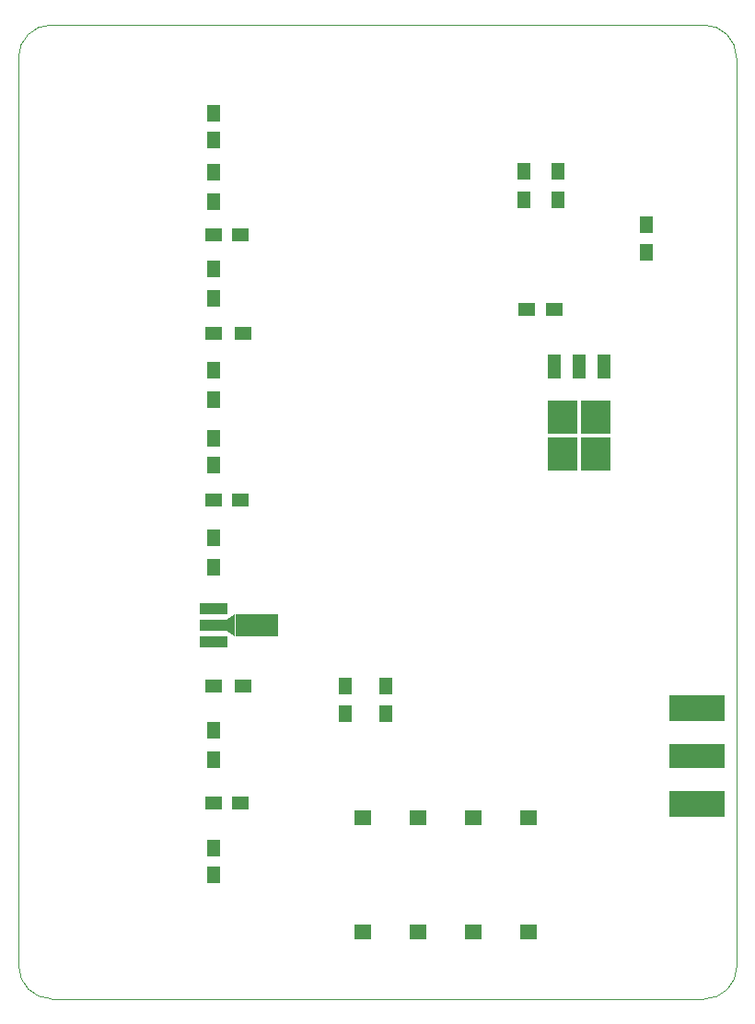
<source format=gbr>
G04 #@! TF.FileFunction,Paste,Top*
%FSLAX46Y46*%
G04 Gerber Fmt 4.6, Leading zero omitted, Abs format (unit mm)*
G04 Created by KiCad (PCBNEW 4.0.7-e2-6376~61~ubuntu18.04.1) date Fri Sep  6 21:57:16 2019*
%MOMM*%
%LPD*%
G01*
G04 APERTURE LIST*
%ADD10C,0.100000*%
%ADD11R,1.250000X1.500000*%
%ADD12R,1.500000X1.250000*%
%ADD13R,1.300000X1.500000*%
%ADD14R,5.080000X2.290000*%
%ADD15R,5.080000X2.420000*%
%ADD16R,1.500000X1.300000*%
%ADD17R,2.500000X1.000000*%
%ADD18R,4.000000X2.000000*%
%ADD19R,1.524000X1.397000*%
%ADD20R,1.200000X2.200000*%
%ADD21R,2.750000X3.050000*%
G04 APERTURE END LIST*
D10*
X77030356Y-63317600D02*
X77030356Y-146750000D01*
X77004956Y-63292211D02*
G75*
G02X80004956Y-60292211I3000000J0D01*
G01*
X140030356Y-60317611D02*
X80030356Y-60317611D01*
X140030356Y-60292211D02*
G75*
G02X143030356Y-63292211I0J-3000000D01*
G01*
X143030356Y-63317600D02*
X143030356Y-146750000D01*
X80030356Y-149829611D02*
G75*
G02X77030356Y-146829611I0J3000000D01*
G01*
X80000000Y-149829611D02*
X140000000Y-149829611D01*
X143055751Y-146860247D02*
G75*
G02X140055756Y-149855011I-2999995J5236D01*
G01*
D11*
X107061000Y-123576400D03*
X107061000Y-121076400D03*
X110744000Y-123576400D03*
X110744000Y-121076400D03*
D12*
X126243400Y-86410800D03*
X123743400Y-86410800D03*
D11*
X94945200Y-100767200D03*
X94945200Y-98267200D03*
X94945200Y-138435400D03*
X94945200Y-135935400D03*
D12*
X97439800Y-104013000D03*
X94939800Y-104013000D03*
X97439800Y-131851400D03*
X94939800Y-131851400D03*
X97414400Y-79578200D03*
X94914400Y-79578200D03*
D11*
X134721600Y-78658400D03*
X134721600Y-81158400D03*
X94945200Y-70871400D03*
X94945200Y-68371400D03*
D13*
X123444000Y-76407000D03*
X123444000Y-73707000D03*
D14*
X139388000Y-127508000D03*
D15*
X139388000Y-131888000D03*
X139388000Y-123128000D03*
D16*
X97641400Y-121081800D03*
X94941400Y-121081800D03*
D13*
X94945200Y-110163600D03*
X94945200Y-107463600D03*
X94945200Y-127867400D03*
X94945200Y-125167400D03*
X94945200Y-73834000D03*
X94945200Y-76534000D03*
X126619000Y-76407000D03*
X126619000Y-73707000D03*
X94945200Y-92071200D03*
X94945200Y-94771200D03*
D16*
X94941400Y-88671400D03*
X97641400Y-88671400D03*
D13*
X94945200Y-82698600D03*
X94945200Y-85398600D03*
D17*
X94921000Y-113993800D03*
X94921000Y-115493800D03*
X94921000Y-116993800D03*
D18*
X98881000Y-115493800D03*
D10*
G36*
X96906000Y-116493800D02*
X96156000Y-115993800D01*
X96156000Y-114993800D01*
X96906000Y-114493800D01*
X96906000Y-116493800D01*
X96906000Y-116493800D01*
G37*
D19*
X108661200Y-143700500D03*
X108661200Y-133159500D03*
X113741200Y-143700500D03*
X113741200Y-133159500D03*
X118821200Y-143700500D03*
X118821200Y-133159500D03*
X123901200Y-143700500D03*
X123901200Y-133159500D03*
D20*
X130829400Y-91735800D03*
X128549400Y-91735800D03*
X126269400Y-91735800D03*
D21*
X127024400Y-99710800D03*
X130074400Y-96360800D03*
X130074400Y-99710800D03*
X127024400Y-96360800D03*
M02*

</source>
